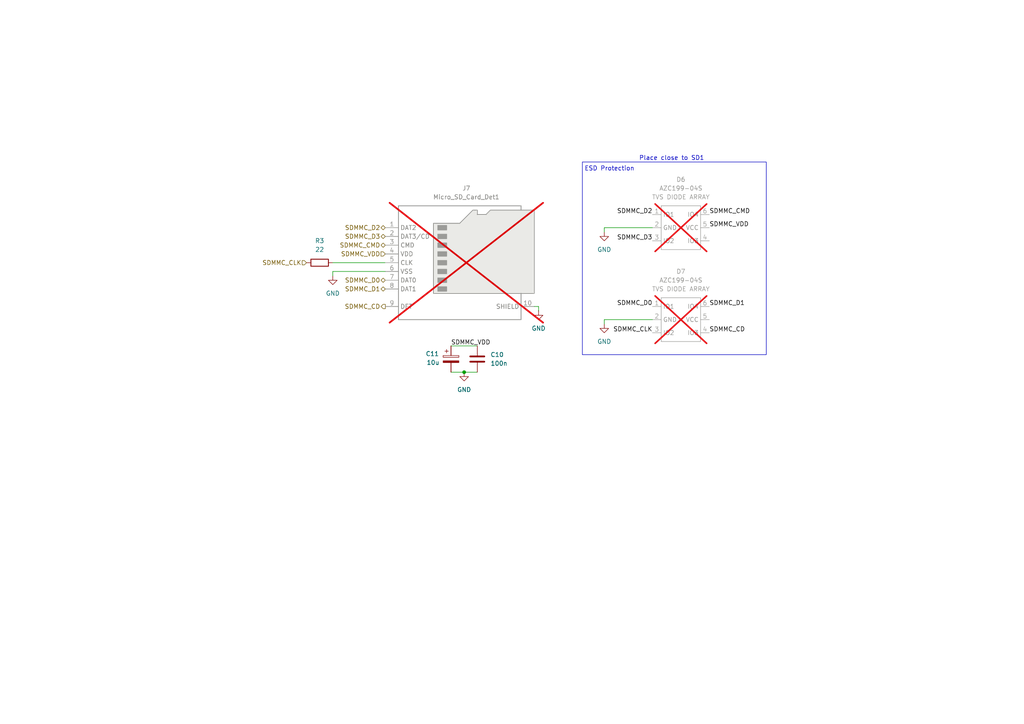
<source format=kicad_sch>
(kicad_sch (version 20250114) (generator "eeschema") (generator_version "9.0")
  (paper "A4")
  (title_block (title "LTE Link") (rev "v0.1") (company "UBCO Aerospace") (comment 1 "Author: Felix Perron"))
  (lib_symbols
    (symbol "Connector:Micro_SD_Card_Det1"
      (property "Reference" "J" (at -16.51 17.78 0))
      (property "Value" "Micro_SD_Card_Det1" (at 16.51 17.78 0))
      (symbol "Micro_SD_Card_Det1_0_1"
        (polyline (pts (xy -8.89 -8.89) (xy -8.89 11.43) (xy -1.27 11.43) (xy 2.54 15.24) (xy 3.81 15.24) (xy 3.81 13.97) (xy 6.35 13.97) (xy 7.62 15.24) (xy 20.32 15.24) (xy 20.32 -8.89) (xy -8.89 -8.89)) (stroke (width 0.254)) (fill (type background)))
        (rectangle (start -7.62 10.795) (end -5.08 9.525) (stroke (width 0.254)) (fill (type outline)))
        (rectangle (start -7.62 8.255) (end -5.08 6.985) (stroke (width 0.254)) (fill (type outline)))
        (rectangle (start -7.62 5.715) (end -5.08 4.445) (stroke (width 0.254)) (fill (type outline)))
        (rectangle (start -7.62 3.175) (end -5.08 1.905) (stroke (width 0.254)) (fill (type outline)))
        (rectangle (start -7.62 0.635) (end -5.08 -0.635) (stroke (width 0.254)) (fill (type outline)))
        (rectangle (start -7.62 -1.905) (end -5.08 -3.175) (stroke (width 0.254)) (fill (type outline)))
        (rectangle (start -7.62 -4.445) (end -5.08 -5.715) (stroke (width 0.254)) (fill (type outline)))
        (rectangle (start -7.62 -6.985) (end -5.08 -8.255) (stroke (width 0.254)) (fill (type outline)))
        (polyline (pts (xy 16.51 15.24) (xy 16.51 16.51) (xy -19.05 16.51) (xy -19.05 -16.51) (xy 16.51 -16.51) (xy 16.51 -8.89)) (stroke (width 0.254)))
      )
      (symbol "Micro_SD_Card_Det1_1_1"
        (pin bidirectional line (at -22.86 10.16 0) (length 3.81) (name "DAT2") (number "1"))
        (pin bidirectional line (at -22.86 7.62 0) (length 3.81) (name "DAT3/CD") (number "2"))
        (pin input line (at -22.86 5.08 0) (length 3.81) (name "CMD") (number "3"))
        (pin power_in line (at -22.86 2.54 0) (length 3.81) (name "VDD") (number "4"))
        (pin input line (at -22.86 0 0) (length 3.81) (name "CLK") (number "5"))
        (pin power_in line (at -22.86 -2.54 0) (length 3.81) (name "VSS") (number "6"))
        (pin bidirectional line (at -22.86 -5.08 0) (length 3.81) (name "DAT0") (number "7"))
        (pin bidirectional line (at -22.86 -7.62 0) (length 3.81) (name "DAT1") (number "8"))
        (pin passive line (at -22.86 -12.7 0) (length 3.81) (name "DET") (number "9"))
        (pin passive line (at 20.32 -12.7 180) (length 3.81) (name "SHIELD") (number "10"))
      )
    )
    (symbol "Device:C" (pin_numbers (hide yes)) (pin_names (offset 0.254))
      (property "Reference" "C" (at 0.635 2.54 0))
      (property "Value" "C" (at 0.635 -2.54 0))
      (symbol "C_0_1"
        (polyline (pts (xy -2.032 0.762) (xy 2.032 0.762)) (stroke (width 0.508)))
        (polyline (pts (xy -2.032 -0.762) (xy 2.032 -0.762)) (stroke (width 0.508)))
      )
      (symbol "C_1_1"
        (pin passive line (at 0 3.81 270) (length 2.794) (name "~") (number "1"))
        (pin passive line (at 0 -3.81 90) (length 2.794) (name "~") (number "2"))
      )
    )
    (symbol "Device:C_Polarized" (pin_numbers (hide yes)) (pin_names (offset 0.254))
      (property "Reference" "C" (at 0.635 2.54 0))
      (property "Value" "C_Polarized" (at 0.635 -2.54 0))
      (symbol "C_Polarized_0_1"
        (rectangle (start -2.286 0.508) (end 2.286 1.016))
        (polyline (pts (xy -1.778 2.286) (xy -0.762 2.286)))
        (polyline (pts (xy -1.27 2.794) (xy -1.27 1.778)))
        (rectangle (start 2.286 -0.508) (end -2.286 -1.016) (fill (type outline)))
      )
      (symbol "C_Polarized_1_1"
        (pin passive line (at 0 3.81 270) (length 2.794) (name "~") (number "1"))
        (pin passive line (at 0 -3.81 90) (length 2.794) (name "~") (number "2"))
      )
    )
    (symbol "Device:R" (pin_numbers (hide yes)) (pin_names (offset 0))
      (property "Reference" "R" (at 2.032 0 90))
      (property "Value" "R" (at 0 0 90))
      (symbol "R_0_1"
        (rectangle (start -1.016 -2.54) (end 1.016 2.54) (stroke (width 0.254)))
      )
      (symbol "R_1_1"
        (pin passive line (at 0 3.81 270) (length 1.27) (name "~") (number "1"))
        (pin passive line (at 0 -3.81 90) (length 1.27) (name "~") (number "2"))
      )
    )
    (symbol "LTELink:TVS DIODE ARRAY"
      (property "Reference" "D" (at -3.302 0 0))
      (property "Value" "AZC199-04S" (at 2.54 -18.542 0))
      (property "Description" "TVS DIODE ARRAY" (at 4.572 -16.002 0))
      (symbol "TVS DIODE ARRAY_0_0"
        (pin input line (at -6.35 -3.81 0) (length 2.54) (name "IO1") (number "1"))
      )
      (symbol "TVS DIODE ARRAY_0_1"
        (rectangle (start -3.81 -1.27) (end 7.62 -13.97))
      )
      (symbol "TVS DIODE ARRAY_1_0"
        (pin power_in line (at -6.35 -7.62 0) (length 2.54) (name "GND") (number "2"))
        (pin input line (at -6.35 -11.43 0) (length 2.54) (name "IO2") (number "3"))
        (pin input line (at 10.16 -3.81 180) (length 2.54) (name "IO4") (number "6"))
        (pin power_in line (at 10.16 -7.62 180) (length 2.54) (name "VCC") (number "5"))
        (pin input line (at 10.16 -11.43 180) (length 2.54) (name "IO3") (number "4"))
      )
    )
    (symbol "power:GND" (power) (pin_numbers (hide yes)) (pin_names (offset 0) (hide yes))
      (property "Value" "GND" (at 0 -3.81 0))
      (symbol "GND_0_1"
        (polyline (pts (xy 0 0) (xy 0 -1.27) (xy 1.27 -1.27) (xy 0 -2.54) (xy -1.27 -1.27) (xy 0 -1.27)))
      )
      (symbol "GND_1_1"
        (pin power_in line (at 0 0 270) (length 0) (name "~") (number "1"))
      )
    )
  )
  (rectangle (start 168.91 46.99) (end 222.25 102.87))
  (text "ESD Protection" (at 176.784 49.022 0) (effects (font (size 1.27 1.27))))
  (text "Place close to SD1" (at 194.818 45.974 0) (effects (font (size 1.27 1.27))))
  (junction (at 134.62 107.95))
  (wire (pts (xy 96.52 80.01) (xy 96.52 78.74)))
  (wire (pts (xy 175.26 92.71) (xy 175.26 93.98)))
  (wire (pts (xy 130.81 100.33) (xy 138.43 100.33)))
  (wire (pts (xy 96.52 78.74) (xy 111.76 78.74)))
  (wire (pts (xy 96.52 76.2) (xy 111.76 76.2)))
  (wire (pts (xy 175.26 66.04) (xy 175.26 67.31)))
  (wire (pts (xy 130.81 107.95) (xy 134.62 107.95)))
  (wire (pts (xy 134.62 107.95) (xy 138.43 107.95)))
  (wire (pts (xy 156.21 88.9) (xy 156.21 90.17)))
  (wire (pts (xy 154.94 88.9) (xy 156.21 88.9)))
  (wire (pts (xy 189.23 92.71) (xy 175.26 92.71)))
  (wire (pts (xy 189.23 66.04) (xy 175.26 66.04)))
  (label "SDMMC_CLK" (at 189.23 96.52 180))
  (label "SDMMC_CMD" (at 205.74 62.23 0))
  (label "SDMMC_D1" (at 205.74 88.9 0))
  (label "SDMMC_D0" (at 189.23 88.9 180))
  (label "SDMMC_CD" (at 205.74 96.52 0))
  (label "SDMMC_D2" (at 189.23 62.23 180))
  (label "SDMMC_VDD" (at 205.74 66.04 0))
  (label "SDMMC_D3" (at 189.23 69.85 180))
  (label "SDMMC_VDD" (at 130.81 100.33 0))
  (hierarchical_label "SDMMC_D0" (shape bidirectional) (at 111.76 81.28 180))
  (hierarchical_label "SDMMC_D3" (shape bidirectional) (at 111.76 68.58 180))
  (hierarchical_label "SDMMC_VDD" (shape input) (at 111.76 73.66 180))
  (hierarchical_label "SDMMC_CD" (shape output) (at 111.76 88.9 180))
  (hierarchical_label "SDMMC_CMD" (shape bidirectional) (at 111.76 71.12 180))
  (hierarchical_label "SDMMC_D2" (shape bidirectional) (at 111.76 66.04 180))
  (hierarchical_label "SDMMC_CLK" (shape input) (at 88.9 76.2 180))
  (hierarchical_label "SDMMC_D1" (shape bidirectional) (at 111.76 83.82 180))
  (symbol (lib_id "power:GND") (at 175.26 93.98 0) (unit 1)
    (property "Reference" "#PWR055" (effects (hide yes)))
    (property "Value" "GND" (at 175.26 99.06 0))
    (property "Description" "Power symbol creates a global label with name \"GND\" , ground" (effects (hide yes)))
  )
  (symbol (lib_id "power:GND") (at 175.26 67.31 0) (unit 1)
    (property "Reference" "#PWR054" (effects (hide yes)))
    (property "Value" "GND" (at 175.26 72.39 0))
    (property "Description" "Power symbol creates a global label with name \"GND\" , ground" (effects (hide yes)))
  )
  (symbol (lib_id "Connector:Micro_SD_Card_Det1") (at 134.62 76.2 0) (unit 1) (in_bom no) (dnp yes)
    (property "Reference" "J7" (at 135.255 54.61 0))
    (property "Value" "Micro_SD_Card_Det1" (at 135.255 57.15 0))
    (property "Footprint" "LTELink:XKTF015N" (effects (hide yes)))
    (property "Datasheet" "https://datasheet.lcsc.com/lcsc/2110151630_XKB-Connectivity-XKTF-015-N_C381082.pdf" (effects (hide yes)))
    (property "Description" "Micro SD Card Socket with one card detection pin" (effects (hide yes)))
  )
  (symbol (lib_id "power:GND") (at 96.52 80.01 0) (unit 1)
    (property "Reference" "#PWR060" (effects (hide yes)))
    (property "Value" "GND" (at 96.52 85.09 0))
    (property "Description" "Power symbol creates a global label with name \"GND\" , ground" (effects (hide yes)))
  )
  (symbol (lib_id "Device:C") (at 138.43 104.14 0) (unit 1)
    (property "Reference" "C10" (at 142.24 102.8699 0) (effects (justify left)))
    (property "Value" "100n" (at 142.24 105.4099 0) (effects (justify left)))
    (property "Footprint" "Capacitor_SMD:C_0402_1005Metric" (effects (hide yes)))
    (property "Description" "Unpolarized capacitor" (effects (hide yes)))
  )
  (symbol (lib_id "Device:R") (at 92.71 76.2 90) (unit 1)
    (property "Reference" "R3" (at 92.71 69.85 90))
    (property "Value" "22" (at 92.71 72.39 90))
    (property "Footprint" "Resistor_SMD:R_0402_1005Metric" (effects (hide yes)))
    (property "Description" "Resistor" (effects (hide yes)))
  )
  (symbol (lib_id "power:GND") (at 156.21 90.17 0) (unit 1)
    (property "Reference" "#PWR059" (effects (hide yes)))
    (property "Value" "GND" (at 156.21 95.25 0))
    (property "Description" "Power symbol creates a global label with name \"GND\" , ground" (effects (hide yes)))
  )
  (symbol (lib_id "Device:C_Polarized") (at 130.81 104.14 0) (unit 1)
    (property "Reference" "C11" (at 123.444 102.616 0) (effects (justify left)))
    (property "Value" "10u" (at 123.698 105.156 0) (effects (justify left)))
    (property "Footprint" "Capacitor_SMD:C_0603_1608Metric" (effects (hide yes)))
    (property "Description" "Polarized capacitor" (effects (hide yes)))
    (property "Part Number" "CL10A106KP8NNNC" (effects (hide yes)))
  )
  (symbol (lib_id "LTELink:TVS DIODE ARRAY") (at 195.58 58.42 0) (unit 1) (in_bom no) (dnp yes)
    (property "Reference" "D6" (at 197.485 52.07 0))
    (property "Value" "AZC199-04S" (at 197.485 54.61 0))
    (property "Footprint" "Package_TO_SOT_SMD:SOT-23-6_Handsoldering" (effects (hide yes)))
    (property "Datasheet" "https://www.lcsc.com/datasheet/C2901321.pdf" (effects (hide yes)))
    (property "Description" "TVS DIODE ARRAY" (at 197.485 57.15 0))
  )
  (symbol (lib_id "LTELink:TVS DIODE ARRAY") (at 195.58 85.09 0) (unit 1) (in_bom no) (dnp yes)
    (property "Reference" "D7" (at 197.485 78.74 0))
    (property "Value" "AZC199-04S" (at 197.485 81.28 0))
    (property "Footprint" "Package_TO_SOT_SMD:SOT-23-6_Handsoldering" (effects (hide yes)))
    (property "Datasheet" "https://www.lcsc.com/datasheet/C2901321.pdf" (effects (hide yes)))
    (property "Description" "TVS DIODE ARRAY" (at 197.485 83.82 0))
  )
  (symbol (lib_id "power:GND") (at 134.62 107.95 0) (unit 1)
    (property "Reference" "#PWR072" (effects (hide yes)))
    (property "Value" "GND" (at 134.62 113.03 0))
    (property "Description" "Power symbol creates a global label with name \"GND\" , ground" (effects (hide yes)))
  )
)
</source>
